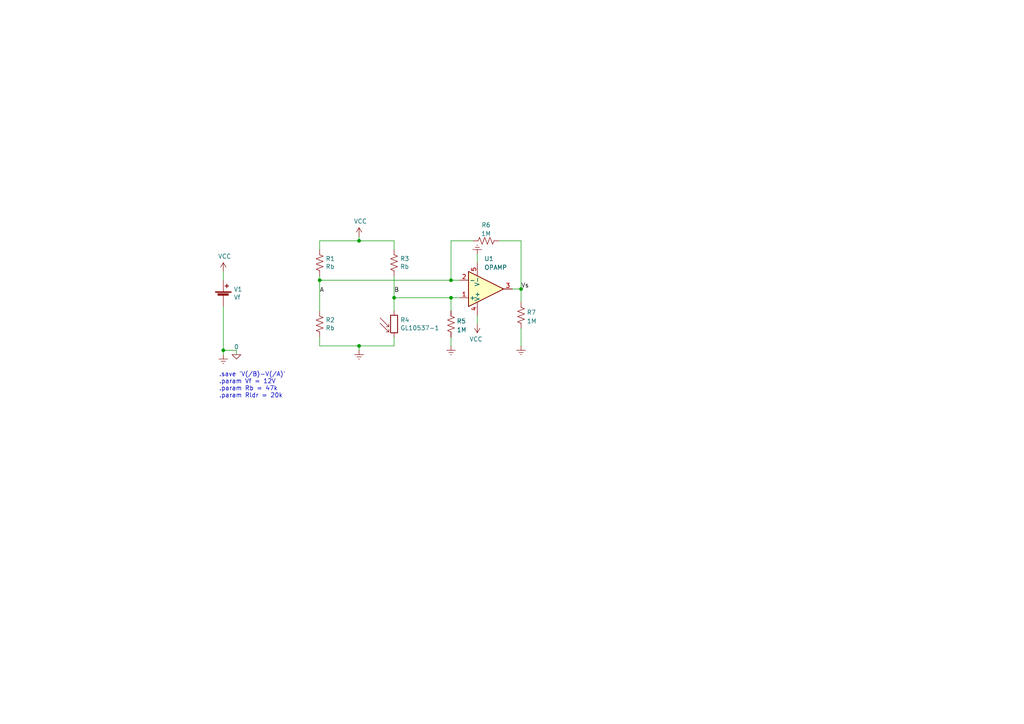
<source format=kicad_sch>
(kicad_sch (version 20211123) (generator eeschema)
  (paper "A4")
  (lib_symbols
    (symbol "Device:Battery_Cell" (pin_numbers hide) (pin_names (offset 0) hide)
      (property "Reference" "BT" (at 2.54 2.54 0))
      (property "Value" "Battery_Cell" (at 2.54 0 0))
      (symbol "Battery_Cell_0_1"
        (rectangle (start -2.286 1.778) (end 2.286 1.524) (fill (type outline)))
        (rectangle (start -1.5748 1.1938) (end 1.4732 0.6858) (fill (type outline)))
        (polyline (pts (xy 0 0.762) (xy 0 0)))
        (polyline (pts (xy 0 1.778) (xy 0 2.54)))
        (polyline (pts (xy 0.508 3.429) (xy 1.524 3.429)) (stroke (width 0.254)))
        (polyline (pts (xy 1.016 3.937) (xy 1.016 2.921)) (stroke (width 0.254)))
      )
      (symbol "Battery_Cell_1_1"
        (pin passive line (at 0 5.08 270) (length 2.54) (name "+") (number "1"))
        (pin passive line (at 0 -2.54 90) (length 2.54) (name "-") (number "2"))
      )
    )
    (symbol "Device:R_US" (pin_numbers hide) (pin_names (offset 0))
      (property "Reference" "R" (at 2.54 0 90))
      (property "Value" "R_US" (at -2.54 0 90))
      (symbol "R_US_0_1"
        (polyline (pts (xy 0 -2.286) (xy 0 -2.54)))
        (polyline (pts (xy 0 2.286) (xy 0 2.54)))
        (polyline (pts (xy 0 -0.762) (xy 1.016 -1.143) (xy 0 -1.524) (xy -1.016 -1.905) (xy 0 -2.286)))
        (polyline (pts (xy 0 0.762) (xy 1.016 0.381) (xy 0 0) (xy -1.016 -0.381) (xy 0 -0.762)))
        (polyline (pts (xy 0 2.286) (xy 1.016 1.905) (xy 0 1.524) (xy -1.016 1.143) (xy 0 0.762)))
      )
      (symbol "R_US_1_1"
        (pin passive line (at 0 3.81 270) (length 1.27) (name "~") (number "1"))
        (pin passive line (at 0 -3.81 90) (length 1.27) (name "~") (number "2"))
      )
    )
    (symbol "Simulation_SPICE:OPAMP" (pin_names (offset 0.254))
      (property "Reference" "U" (at 3.81 3.175 0))
      (property "Value" "OPAMP" (at 3.81 -3.175 0))
      (symbol "OPAMP_0_1"
        (polyline (pts (xy 5.08 0) (xy -5.08 5.08) (xy -5.08 -5.08) (xy 5.08 0)) (stroke (width 0.254)) (fill (type background)))
      )
      (symbol "OPAMP_1_1"
        (pin input line (at -7.62 2.54 0) (length 2.54) (name "+") (number "1"))
        (pin input line (at -7.62 -2.54 0) (length 2.54) (name "-") (number "2"))
        (pin output line (at 7.62 0 180) (length 2.54) (name "~") (number "3"))
        (pin power_in line (at -2.54 7.62 270) (length 3.81) (name "V+") (number "4"))
        (pin power_in line (at -2.54 -7.62 90) (length 3.81) (name "V-") (number "5"))
      )
    )
    (symbol "ldr-ponte-rescue:R_PHOTO-Device" (pin_numbers hide) (pin_names (offset 0))
      (property "Reference" "R" (at 1.27 1.27 0))
      (property "Value" "R_PHOTO-Device" (at 1.27 0 0))
      (symbol "R_PHOTO-Device_0_1"
        (rectangle (start -1.016 2.54) (end 1.016 -2.54) (stroke (width 0.254)))
        (polyline (pts (xy -1.524 -2.286) (xy -4.064 0.254)))
        (polyline (pts (xy -1.524 -2.286) (xy -2.286 -2.286)))
        (polyline (pts (xy -1.524 -2.286) (xy -1.524 -1.524)))
        (polyline (pts (xy -1.524 -0.762) (xy -4.064 1.778)))
        (polyline (pts (xy -1.524 -0.762) (xy -2.286 -0.762)))
        (polyline (pts (xy -1.524 -0.762) (xy -1.524 0)))
      )
      (symbol "R_PHOTO-Device_1_1"
        (pin passive line (at 0 3.81 270) (length 1.27) (name "~") (number "1"))
        (pin passive line (at 0 -3.81 90) (length 1.27) (name "~") (number "2"))
      )
    )
    (symbol "power:Earth" (power) (pin_names (offset 0))
      (symbol "Earth_0_1"
        (polyline (pts (xy -0.635 -1.905) (xy 0.635 -1.905)))
        (polyline (pts (xy -0.127 -2.54) (xy 0.127 -2.54)))
        (polyline (pts (xy 0 -1.27) (xy 0 0)))
        (polyline (pts (xy 1.27 -1.27) (xy -1.27 -1.27)))
      )
      (symbol "Earth_1_1"
        (pin power_in line (at 0 0 270) (length 0) hide (name "Earth") (number "1"))
      )
    )
    (symbol "power:VCC" (power) (pin_names (offset 0))
      (property "Value" "VCC" (at 0 3.81 0))
      (symbol "VCC_0_1"
        (polyline (pts (xy -0.762 1.27) (xy 0 2.54)))
        (polyline (pts (xy 0 0) (xy 0 2.54)))
        (polyline (pts (xy 0 2.54) (xy 0.762 1.27)))
      )
      (symbol "VCC_1_1"
        (pin power_in line (at 0 0 90) (length 0) hide (name "VCC") (number "1"))
      )
    )
    (symbol "pspice:0" (power) (pin_names (offset 0))
      (property "Value" "0" (at 0 -1.778 0))
      (symbol "0_0_1"
        (polyline (pts (xy -1.27 0) (xy 0 -1.27) (xy 1.27 0) (xy -1.27 0)))
      )
      (symbol "0_1_1"
        (pin power_in line (at 0 0 0) (length 0) hide (name "0") (number "1"))
      )
    )
  )
  (junction (at 92.71 81.28))
  (junction (at 130.81 86.36))
  (junction (at 64.77 101.6))
  (junction (at 114.3 86.36))
  (junction (at 104.14 69.85))
  (junction (at 151.13 83.82))
  (junction (at 104.14 100.33))
  (junction (at 130.81 81.28))
  (wire (pts (xy 64.77 88.9) (xy 64.77 101.6)))
  (wire (pts (xy 144.78 69.85) (xy 151.13 69.85)))
  (wire (pts (xy 114.3 100.33) (xy 104.14 100.33)))
  (wire (pts (xy 64.77 101.6) (xy 68.58 101.6)))
  (wire (pts (xy 114.3 80.01) (xy 114.3 86.36)))
  (wire (pts (xy 114.3 69.85) (xy 114.3 72.39)))
  (wire (pts (xy 104.14 69.85) (xy 114.3 69.85)))
  (wire (pts (xy 130.81 81.28) (xy 133.35 81.28)))
  (wire (pts (xy 130.81 69.85) (xy 130.81 81.28)))
  (wire (pts (xy 104.14 101.6) (xy 104.14 100.33)))
  (wire (pts (xy 64.77 102.87) (xy 64.77 101.6)))
  (wire (pts (xy 130.81 86.36) (xy 133.35 86.36)))
  (wire (pts (xy 64.77 81.28) (xy 64.77 78.74)))
  (wire (pts (xy 92.71 69.85) (xy 104.14 69.85)))
  (wire (pts (xy 92.71 81.28) (xy 130.81 81.28)))
  (wire (pts (xy 104.14 100.33) (xy 92.71 100.33)))
  (wire (pts (xy 137.16 69.85) (xy 130.81 69.85)))
  (wire (pts (xy 130.81 86.36) (xy 130.81 90.17)))
  (wire (pts (xy 138.43 73.66) (xy 138.43 76.2)))
  (wire (pts (xy 92.71 100.33) (xy 92.71 97.79)))
  (wire (pts (xy 151.13 83.82) (xy 151.13 87.63)))
  (wire (pts (xy 148.59 83.82) (xy 151.13 83.82)))
  (wire (pts (xy 114.3 86.36) (xy 130.81 86.36)))
  (wire (pts (xy 104.14 68.58) (xy 104.14 69.85)))
  (wire (pts (xy 92.71 72.39) (xy 92.71 69.85)))
  (wire (pts (xy 114.3 86.36) (xy 114.3 90.17)))
  (wire (pts (xy 68.58 101.6) (xy 68.58 102.87)))
  (wire (pts (xy 114.3 97.79) (xy 114.3 100.33)))
  (wire (pts (xy 151.13 95.25) (xy 151.13 100.33)))
  (wire (pts (xy 92.71 81.28) (xy 92.71 80.01)))
  (wire (pts (xy 92.71 81.28) (xy 92.71 90.17)))
  (wire (pts (xy 151.13 69.85) (xy 151.13 83.82)))
  (wire (pts (xy 130.81 97.79) (xy 130.81 100.33)))
  (wire (pts (xy 138.43 91.44) (xy 138.43 93.98)))
  (text ".save 'V(/B)-V(/A)'\n.param Vf = 12V\n.param Rb = 47k\n.param Rldr = 20k" (at 63.5 115.57 0) (effects (font (size 1.27 1.27)) (justify left bottom)))
  (label "B" (at 114.3 85.09 0))
  (label "A" (at 92.71 85.09 0))
  (label "Vs" (at 151.13 83.82 0))
  (symbol (lib_id "ldr-ponte-rescue:R_PHOTO-Device") (at 114.3 93.98 0) (unit 1)
    (property "Reference" "R4" (at 116.078 92.8116 0) (effects (justify left)))
    (property "Value" "GL10537-1" (at 116.078 95.123 0) (effects (justify left)))
    (property "Datasheet" "https://storage.googleapis.com/baudaeletronicadatasheet/LDR%20GL105%20series.pdf" (effects hide))
    (property "Observação" "Vmáx=200VDC, Pmáx=200mW, λpico=560nm, Rluz=20k-30k, Rescuro=3M, (Baú da Eletrônica)" (effects hide))
    (property "Spice_Primitive" "R" (effects hide))
    (property "Spice_Model" "Rldr" (effects hide))
    (property "Spice_Netlist_Enabled" "Y" (effects hide))
  )
  (symbol (lib_id "Device:R_US") (at 92.71 76.2 0) (unit 1)
    (property "Reference" "R1" (at 94.4372 75.0316 0) (effects (justify left)))
    (property "Value" "Rb" (at 94.4372 77.343 0) (effects (justify left)))
    (property "Spice_Primitive" "R" (effects hide))
    (property "Spice_Model" "Rb" (effects hide))
    (property "Spice_Netlist_Enabled" "Y" (effects hide))
  )
  (symbol (lib_id "Device:Battery_Cell") (at 64.77 86.36 0) (unit 1)
    (property "Reference" "V1" (at 67.7672 83.9216 0) (effects (justify left)))
    (property "Value" "Vf" (at 67.7672 86.233 0) (effects (justify left)))
    (property "Spice_Primitive" "V" (effects hide))
    (property "Spice_Model" "dc Vf" (effects hide))
    (property "Spice_Netlist_Enabled" "Y" (effects hide))
  )
  (symbol (lib_id "pspice:0") (at 68.58 102.87 0) (unit 1)
    (property "Reference" "#GND01" (effects hide))
    (property "Value" "0" (at 68.58 100.6094 0))
  )
  (symbol (lib_id "power:Earth") (at 64.77 102.87 0) (unit 1)
    (property "Reference" "#PWR02" (effects hide))
    (property "Value" "Earth" (effects hide))
  )
  (symbol (lib_id "power:VCC") (at 64.77 78.74 0) (unit 1)
    (property "Reference" "#PWR01" (effects hide))
    (property "Value" "VCC" (at 65.151 74.3458 0))
  )
  (symbol (lib_id "power:VCC") (at 104.14 68.58 0) (unit 1)
    (property "Reference" "#PWR03" (effects hide))
    (property "Value" "VCC" (at 104.521 64.1858 0))
  )
  (symbol (lib_id "power:Earth") (at 104.14 101.6 0) (unit 1)
    (property "Reference" "#PWR04" (effects hide))
    (property "Value" "Earth" (effects hide))
  )
  (symbol (lib_id "Device:R_US") (at 114.3 76.2 0) (unit 1)
    (property "Reference" "R3" (at 116.0272 75.0316 0) (effects (justify left)))
    (property "Value" "Rb" (at 116.0272 77.343 0) (effects (justify left)))
    (property "Spice_Primitive" "R" (effects hide))
    (property "Spice_Model" "Rb" (effects hide))
    (property "Spice_Netlist_Enabled" "Y" (effects hide))
  )
  (symbol (lib_id "Device:R_US") (at 92.71 93.98 0) (unit 1)
    (property "Reference" "R2" (at 94.4372 92.8116 0) (effects (justify left)))
    (property "Value" "Rb" (at 94.4372 95.123 0) (effects (justify left)))
    (property "Spice_Primitive" "R" (effects hide))
    (property "Spice_Model" "Rb" (effects hide))
    (property "Spice_Netlist_Enabled" "Y" (effects hide))
  )
  (symbol (lib_id "Device:R_US") (at 130.81 93.98 180) (unit 1)
    (property "Reference" "R5" (at 132.461 93.1453 0) (effects (justify right)))
    (property "Value" "1M" (at 132.461 95.6822 0) (effects (justify right)))
    (property "Spice_Primitive" "R" (effects hide))
    (property "Spice_Model" "100k" (effects hide))
    (property "Spice_Netlist_Enabled" "Y" (effects hide))
  )
  (symbol (lib_id "power:Earth") (at 130.81 100.33 0) (unit 1)
    (property "Reference" "#PWR05" (effects hide))
    (property "Value" "Earth" (effects hide))
  )
  (symbol (lib_id "power:Earth") (at 151.13 100.33 0) (unit 1)
    (property "Reference" "#PWR08" (effects hide))
    (property "Value" "Earth" (effects hide))
  )
  (symbol (lib_id "Simulation_SPICE:OPAMP") (at 140.97 83.82 0) (mirror x) (unit 1)
    (property "Reference" "U1" (at 140.4494 75.0402 0) (effects (justify left)))
    (property "Value" "OPAMP" (at 140.4494 77.5771 0) (effects (justify left)))
    (property "Spice_Netlist_Enabled" "Y" (effects hide))
    (property "Spice_Primitive" "X" (effects hide))
    (property "Spice_Model" "LM358" (effects hide))
    (property "Spice_Lib_File" "/home/mpt/Documentos/Projetos/kicad-libraries/kicad-spice-library/Models/uncategorized/Bordodynovs Electronics Lib/sub/OpAmp_TI.lib" (effects hide))
    (property "Spice_Node_Sequence" "1 2 4 5 3" (effects hide))
  )
  (symbol (lib_id "power:VCC") (at 138.43 93.98 180) (unit 1)
    (property "Reference" "#PWR07" (effects hide))
    (property "Value" "VCC" (at 138.049 98.3742 0))
  )
  (symbol (lib_id "Device:R_US") (at 151.13 91.44 180) (unit 1)
    (property "Reference" "R7" (at 152.781 90.6053 0) (effects (justify right)))
    (property "Value" "1M" (at 152.781 93.1422 0) (effects (justify right)))
    (property "Spice_Primitive" "R" (effects hide))
    (property "Spice_Model" "1Meg" (effects hide))
    (property "Spice_Netlist_Enabled" "Y" (effects hide))
  )
  (symbol (lib_id "Device:R_US") (at 140.97 69.85 90) (unit 1)
    (property "Reference" "R6" (at 140.97 65.2612 90))
    (property "Value" "1M" (at 140.97 67.7981 90))
    (property "Spice_Primitive" "R" (effects hide))
    (property "Spice_Model" "100k" (effects hide))
    (property "Spice_Netlist_Enabled" "Y" (effects hide))
  )
  (symbol (lib_id "power:Earth") (at 138.43 73.66 180) (unit 1)
    (property "Reference" "#PWR06" (effects hide))
    (property "Value" "Earth" (effects hide))
  )
)
</source>
